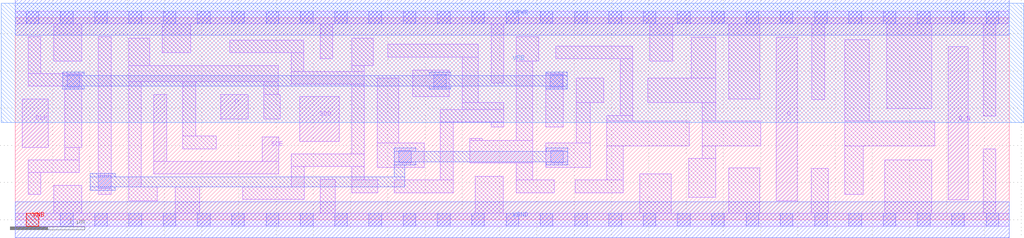
<source format=lef>
# Copyright 2020 The SkyWater PDK Authors
#
# Licensed under the Apache License, Version 2.0 (the "License");
# you may not use this file except in compliance with the License.
# You may obtain a copy of the License at
#
#     https://www.apache.org/licenses/LICENSE-2.0
#
# Unless required by applicable law or agreed to in writing, software
# distributed under the License is distributed on an "AS IS" BASIS,
# WITHOUT WARRANTIES OR CONDITIONS OF ANY KIND, either express or implied.
# See the License for the specific language governing permissions and
# limitations under the License.
#
# SPDX-License-Identifier: Apache-2.0

VERSION 5.7 ;
  NOWIREEXTENSIONATPIN ON ;
  DIVIDERCHAR "/" ;
  BUSBITCHARS "[]" ;
PROPERTYDEFINITIONS
  MACRO maskLayoutSubType STRING ;
  MACRO prCellType STRING ;
  MACRO originalViewName STRING ;
END PROPERTYDEFINITIONS
MACRO sky130_fd_sc_hdll__sdfxbp_2
  CLASS CORE ;
  FOREIGN sky130_fd_sc_hdll__sdfxbp_2 ;
  ORIGIN  0.000000  0.000000 ;
  SIZE  13.34000 BY  2.720000 ;
  SYMMETRY X Y R90 ;
  SITE unithd ;
  PIN CLK
    ANTENNAGATEAREA  0.178200 ;
    DIRECTION INPUT ;
    USE SIGNAL ;
    PORT
      LAYER li1 ;
        RECT 0.095000 0.975000 0.445000 1.625000 ;
    END
  END CLK
  PIN D
    ANTENNAGATEAREA  0.178200 ;
    DIRECTION INPUT ;
    USE SIGNAL ;
    PORT
      LAYER li1 ;
        RECT 2.755000 1.355000 3.125000 1.685000 ;
    END
  END D
  PIN Q
    ANTENNADIFFAREA  0.498000 ;
    DIRECTION OUTPUT ;
    USE SIGNAL ;
    PORT
      LAYER li1 ;
        RECT 10.210000 0.255000 10.490000 2.455000 ;
    END
  END Q
  PIN Q_N
    ANTENNADIFFAREA  0.498000 ;
    DIRECTION OUTPUT ;
    USE SIGNAL ;
    PORT
      LAYER li1 ;
        RECT 12.515000 0.265000 12.785000 2.325000 ;
    END
  END Q_N
  PIN SCD
    ANTENNAGATEAREA  0.178200 ;
    DIRECTION INPUT ;
    USE SIGNAL ;
    PORT
      LAYER li1 ;
        RECT 3.815000 1.055000 4.345000 1.655000 ;
    END
  END SCD
  PIN SCE
    ANTENNAGATEAREA  0.356400 ;
    DIRECTION INPUT ;
    USE SIGNAL ;
    PORT
      LAYER li1 ;
        RECT 1.860000 0.615000 3.535000 0.785000 ;
        RECT 1.860000 0.785000 2.030000 1.685000 ;
        RECT 3.315000 0.785000 3.535000 1.115000 ;
    END
  END SCE
  PIN VGND
    ANTENNADIFFAREA  1.981300 ;
    DIRECTION INOUT ;
    USE SIGNAL ;
    PORT
      LAYER met1 ;
        RECT 0.000000 -0.240000 13.340000 0.240000 ;
    END
  END VGND
  PIN VNB
    PORT
      LAYER pwell ;
        RECT 0.145000 -0.085000 0.315000 0.085000 ;
    END
  END VNB
  PIN VPB
    PORT
      LAYER nwell ;
        RECT -0.190000 1.305000 13.530000 2.910000 ;
    END
  END VPB
  PIN VPWR
    ANTENNADIFFAREA  2.675550 ;
    DIRECTION INOUT ;
    USE SIGNAL ;
    PORT
      LAYER met1 ;
        RECT 0.000000 2.480000 13.340000 2.960000 ;
    END
  END VPWR
  OBS
    LAYER li1 ;
      RECT  0.000000 -0.085000 13.340000 0.085000 ;
      RECT  0.000000  2.635000 13.340000 2.805000 ;
      RECT  0.175000  0.345000  0.345000 0.635000 ;
      RECT  0.175000  0.635000  0.860000 0.805000 ;
      RECT  0.175000  1.795000  0.895000 1.965000 ;
      RECT  0.175000  1.965000  0.345000 2.465000 ;
      RECT  0.515000  0.085000  0.895000 0.465000 ;
      RECT  0.515000  2.135000  0.895000 2.635000 ;
      RECT  0.665000  0.805000  0.860000 0.970000 ;
      RECT  0.665000  0.970000  0.895000 1.795000 ;
      RECT  1.115000  0.345000  1.285000 2.465000 ;
      RECT  1.520000  0.255000  1.905000 0.445000 ;
      RECT  1.520000  0.445000  1.690000 1.860000 ;
      RECT  1.520000  1.860000  3.530000 2.075000 ;
      RECT  1.520000  2.075000  1.805000 2.445000 ;
      RECT  1.975000  2.245000  2.355000 2.635000 ;
      RECT  2.145000  0.085000  2.475000 0.445000 ;
      RECT  2.250000  0.955000  2.695000 1.125000 ;
      RECT  2.250000  1.125000  2.420000 1.860000 ;
      RECT  2.875000  2.245000  3.870000 2.415000 ;
      RECT  3.050000  0.275000  3.875000 0.445000 ;
      RECT  3.335000  1.355000  3.555000 1.685000 ;
      RECT  3.335000  1.685000  3.530000 1.860000 ;
      RECT  3.700000  1.825000  4.685000 1.995000 ;
      RECT  3.700000  1.995000  3.870000 2.245000 ;
      RECT  3.705000  0.445000  3.875000 0.715000 ;
      RECT  3.705000  0.715000  4.685000 0.885000 ;
      RECT  4.090000  2.165000  4.260000 2.635000 ;
      RECT  4.095000  0.085000  4.295000 0.545000 ;
      RECT  4.515000  0.365000  4.865000 0.535000 ;
      RECT  4.515000  0.535000  4.685000 0.715000 ;
      RECT  4.515000  0.885000  4.685000 1.825000 ;
      RECT  4.515000  1.995000  4.685000 2.070000 ;
      RECT  4.515000  2.070000  4.800000 2.440000 ;
      RECT  4.855000  0.705000  5.485000 1.035000 ;
      RECT  4.855000  1.035000  5.145000 1.905000 ;
      RECT  4.995000  2.190000  6.215000 2.360000 ;
      RECT  5.085000  0.365000  5.875000 0.535000 ;
      RECT  5.335000  1.655000  5.825000 2.010000 ;
      RECT  5.705000  0.535000  5.875000 1.315000 ;
      RECT  5.705000  1.315000  6.555000 1.485000 ;
      RECT  5.995000  1.485000  6.555000 1.575000 ;
      RECT  5.995000  1.575000  6.215000 2.190000 ;
      RECT  6.095000  0.765000  6.945000 1.065000 ;
      RECT  6.095000  1.065000  6.265000 1.095000 ;
      RECT  6.175000  0.085000  6.545000 0.585000 ;
      RECT  6.385000  1.245000  6.555000 1.315000 ;
      RECT  6.385000  1.835000  6.555000 2.635000 ;
      RECT  6.725000  0.365000  7.235000 0.535000 ;
      RECT  6.725000  0.535000  6.945000 0.765000 ;
      RECT  6.725000  1.065000  6.945000 2.135000 ;
      RECT  6.725000  2.135000  7.025000 2.465000 ;
      RECT  7.115000  0.705000  7.715000 1.035000 ;
      RECT  7.115000  1.245000  7.355000 1.965000 ;
      RECT  7.250000  2.165000  8.285000 2.335000 ;
      RECT  7.515000  0.365000  8.155000 0.535000 ;
      RECT  7.525000  1.035000  7.715000 1.575000 ;
      RECT  7.525000  1.575000  7.895000 1.905000 ;
      RECT  7.935000  0.535000  8.155000 0.995000 ;
      RECT  7.935000  0.995000  9.045000 1.325000 ;
      RECT  7.935000  1.325000  8.285000 1.405000 ;
      RECT  8.115000  1.405000  8.285000 2.165000 ;
      RECT  8.380000  0.085000  8.800000 0.615000 ;
      RECT  8.485000  1.575000  9.400000 1.905000 ;
      RECT  8.515000  2.135000  8.820000 2.635000 ;
      RECT  9.035000  0.300000  9.400000 0.825000 ;
      RECT  9.070000  1.905000  9.400000 2.455000 ;
      RECT  9.215000  0.825000  9.400000 0.995000 ;
      RECT  9.215000  0.995000 10.000000 1.325000 ;
      RECT  9.215000  1.325000  9.400000 1.575000 ;
      RECT  9.570000  0.085000  9.990000 0.695000 ;
      RECT  9.570000  1.625000  9.990000 2.635000 ;
      RECT 10.680000  0.085000 10.910000 0.690000 ;
      RECT 10.690000  1.615000 10.860000 2.635000 ;
      RECT 11.130000  0.345000 11.380000 0.995000 ;
      RECT 11.130000  0.995000 12.340000 1.325000 ;
      RECT 11.130000  1.325000 11.460000 2.425000 ;
      RECT 11.665000  0.085000 12.295000 0.805000 ;
      RECT 11.690000  1.495000 12.295000 2.635000 ;
      RECT 12.985000  0.085000 13.155000 0.955000 ;
      RECT 12.985000  1.395000 13.155000 2.635000 ;
    LAYER mcon ;
      RECT  0.145000 -0.085000  0.315000 0.085000 ;
      RECT  0.145000  2.635000  0.315000 2.805000 ;
      RECT  0.605000 -0.085000  0.775000 0.085000 ;
      RECT  0.605000  2.635000  0.775000 2.805000 ;
      RECT  0.695000  1.785000  0.865000 1.955000 ;
      RECT  1.065000 -0.085000  1.235000 0.085000 ;
      RECT  1.065000  2.635000  1.235000 2.805000 ;
      RECT  1.115000  0.425000  1.285000 0.595000 ;
      RECT  1.525000 -0.085000  1.695000 0.085000 ;
      RECT  1.525000  2.635000  1.695000 2.805000 ;
      RECT  1.985000 -0.085000  2.155000 0.085000 ;
      RECT  1.985000  2.635000  2.155000 2.805000 ;
      RECT  2.445000 -0.085000  2.615000 0.085000 ;
      RECT  2.445000  2.635000  2.615000 2.805000 ;
      RECT  2.905000 -0.085000  3.075000 0.085000 ;
      RECT  2.905000  2.635000  3.075000 2.805000 ;
      RECT  3.365000 -0.085000  3.535000 0.085000 ;
      RECT  3.365000  2.635000  3.535000 2.805000 ;
      RECT  3.825000 -0.085000  3.995000 0.085000 ;
      RECT  3.825000  2.635000  3.995000 2.805000 ;
      RECT  4.285000 -0.085000  4.455000 0.085000 ;
      RECT  4.285000  2.635000  4.455000 2.805000 ;
      RECT  4.745000 -0.085000  4.915000 0.085000 ;
      RECT  4.745000  2.635000  4.915000 2.805000 ;
      RECT  5.145000  0.765000  5.315000 0.935000 ;
      RECT  5.205000 -0.085000  5.375000 0.085000 ;
      RECT  5.205000  2.635000  5.375000 2.805000 ;
      RECT  5.615000  1.785000  5.785000 1.955000 ;
      RECT  5.665000 -0.085000  5.835000 0.085000 ;
      RECT  5.665000  2.635000  5.835000 2.805000 ;
      RECT  6.125000 -0.085000  6.295000 0.085000 ;
      RECT  6.125000  2.635000  6.295000 2.805000 ;
      RECT  6.585000 -0.085000  6.755000 0.085000 ;
      RECT  6.585000  2.635000  6.755000 2.805000 ;
      RECT  7.045000 -0.085000  7.215000 0.085000 ;
      RECT  7.045000  2.635000  7.215000 2.805000 ;
      RECT  7.175000  1.785000  7.345000 1.955000 ;
      RECT  7.185000  0.765000  7.355000 0.935000 ;
      RECT  7.505000 -0.085000  7.675000 0.085000 ;
      RECT  7.505000  2.635000  7.675000 2.805000 ;
      RECT  7.965000 -0.085000  8.135000 0.085000 ;
      RECT  7.965000  2.635000  8.135000 2.805000 ;
      RECT  8.425000 -0.085000  8.595000 0.085000 ;
      RECT  8.425000  2.635000  8.595000 2.805000 ;
      RECT  8.885000 -0.085000  9.055000 0.085000 ;
      RECT  8.885000  2.635000  9.055000 2.805000 ;
      RECT  9.345000 -0.085000  9.515000 0.085000 ;
      RECT  9.345000  2.635000  9.515000 2.805000 ;
      RECT  9.805000 -0.085000  9.975000 0.085000 ;
      RECT  9.805000  2.635000  9.975000 2.805000 ;
      RECT 10.265000 -0.085000 10.435000 0.085000 ;
      RECT 10.265000  2.635000 10.435000 2.805000 ;
      RECT 10.725000 -0.085000 10.895000 0.085000 ;
      RECT 10.725000  2.635000 10.895000 2.805000 ;
      RECT 11.185000 -0.085000 11.355000 0.085000 ;
      RECT 11.185000  2.635000 11.355000 2.805000 ;
      RECT 11.645000 -0.085000 11.815000 0.085000 ;
      RECT 11.645000  2.635000 11.815000 2.805000 ;
      RECT 12.105000 -0.085000 12.275000 0.085000 ;
      RECT 12.105000  2.635000 12.275000 2.805000 ;
      RECT 12.565000 -0.085000 12.735000 0.085000 ;
      RECT 12.565000  2.635000 12.735000 2.805000 ;
      RECT 13.025000 -0.085000 13.195000 0.085000 ;
      RECT 13.025000  2.635000 13.195000 2.805000 ;
    LAYER met1 ;
      RECT 0.635000 1.755000 0.925000 1.800000 ;
      RECT 0.635000 1.800000 7.405000 1.940000 ;
      RECT 0.635000 1.940000 0.925000 1.985000 ;
      RECT 1.005000 0.395000 1.345000 0.440000 ;
      RECT 1.005000 0.440000 5.225000 0.580000 ;
      RECT 1.005000 0.580000 1.345000 0.625000 ;
      RECT 5.085000 0.580000 5.225000 0.735000 ;
      RECT 5.085000 0.735000 5.375000 0.780000 ;
      RECT 5.085000 0.780000 7.415000 0.920000 ;
      RECT 5.085000 0.920000 5.375000 0.965000 ;
      RECT 5.555000 1.755000 5.845000 1.800000 ;
      RECT 5.555000 1.940000 5.845000 1.985000 ;
      RECT 7.115000 1.755000 7.405000 1.800000 ;
      RECT 7.115000 1.940000 7.405000 1.985000 ;
      RECT 7.125000 0.735000 7.415000 0.780000 ;
      RECT 7.125000 0.920000 7.415000 0.965000 ;
  END
  PROPERTY maskLayoutSubType "abstract" ;
  PROPERTY prCellType "standard" ;
  PROPERTY originalViewName "layout" ;
END sky130_fd_sc_hdll__sdfxbp_2
END LIBRARY

</source>
